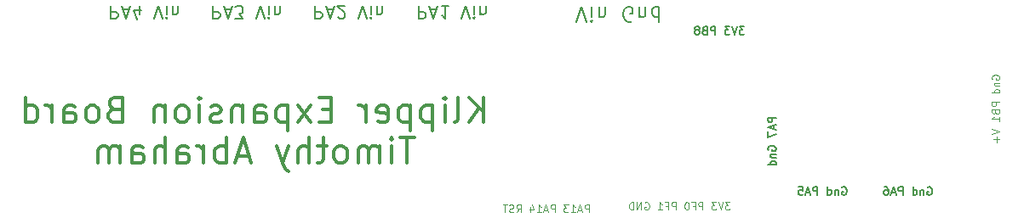
<source format=gbr>
G04 #@! TF.GenerationSoftware,KiCad,Pcbnew,(5.1.5)-3*
G04 #@! TF.CreationDate,2020-01-16T00:36:52-05:00*
G04 #@! TF.ProjectId,STM32_Klipper_Expander,53544d33-325f-44b6-9c69-707065725f45,rev?*
G04 #@! TF.SameCoordinates,Original*
G04 #@! TF.FileFunction,Legend,Bot*
G04 #@! TF.FilePolarity,Positive*
%FSLAX46Y46*%
G04 Gerber Fmt 4.6, Leading zero omitted, Abs format (unit mm)*
G04 Created by KiCad (PCBNEW (5.1.5)-3) date 2020-01-16 00:36:52*
%MOMM*%
%LPD*%
G04 APERTURE LIST*
%ADD10C,0.300000*%
%ADD11C,0.200000*%
%ADD12C,0.150000*%
%ADD13C,0.100000*%
G04 APERTURE END LIST*
D10*
X148238095Y-90355952D02*
X148238095Y-87855952D01*
X146809523Y-90355952D02*
X147880952Y-88927380D01*
X146809523Y-87855952D02*
X148238095Y-89284523D01*
X145380952Y-90355952D02*
X145619047Y-90236904D01*
X145738095Y-89998809D01*
X145738095Y-87855952D01*
X144428571Y-90355952D02*
X144428571Y-88689285D01*
X144428571Y-87855952D02*
X144547619Y-87975000D01*
X144428571Y-88094047D01*
X144309523Y-87975000D01*
X144428571Y-87855952D01*
X144428571Y-88094047D01*
X143238095Y-88689285D02*
X143238095Y-91189285D01*
X143238095Y-88808333D02*
X143000000Y-88689285D01*
X142523809Y-88689285D01*
X142285714Y-88808333D01*
X142166666Y-88927380D01*
X142047619Y-89165476D01*
X142047619Y-89879761D01*
X142166666Y-90117857D01*
X142285714Y-90236904D01*
X142523809Y-90355952D01*
X143000000Y-90355952D01*
X143238095Y-90236904D01*
X140976190Y-88689285D02*
X140976190Y-91189285D01*
X140976190Y-88808333D02*
X140738095Y-88689285D01*
X140261904Y-88689285D01*
X140023809Y-88808333D01*
X139904761Y-88927380D01*
X139785714Y-89165476D01*
X139785714Y-89879761D01*
X139904761Y-90117857D01*
X140023809Y-90236904D01*
X140261904Y-90355952D01*
X140738095Y-90355952D01*
X140976190Y-90236904D01*
X137761904Y-90236904D02*
X138000000Y-90355952D01*
X138476190Y-90355952D01*
X138714285Y-90236904D01*
X138833333Y-89998809D01*
X138833333Y-89046428D01*
X138714285Y-88808333D01*
X138476190Y-88689285D01*
X138000000Y-88689285D01*
X137761904Y-88808333D01*
X137642857Y-89046428D01*
X137642857Y-89284523D01*
X138833333Y-89522619D01*
X136571428Y-90355952D02*
X136571428Y-88689285D01*
X136571428Y-89165476D02*
X136452380Y-88927380D01*
X136333333Y-88808333D01*
X136095238Y-88689285D01*
X135857142Y-88689285D01*
X133119047Y-89046428D02*
X132285714Y-89046428D01*
X131928571Y-90355952D02*
X133119047Y-90355952D01*
X133119047Y-87855952D01*
X131928571Y-87855952D01*
X131095238Y-90355952D02*
X129785714Y-88689285D01*
X131095238Y-88689285D02*
X129785714Y-90355952D01*
X128833333Y-88689285D02*
X128833333Y-91189285D01*
X128833333Y-88808333D02*
X128595238Y-88689285D01*
X128119047Y-88689285D01*
X127880952Y-88808333D01*
X127761904Y-88927380D01*
X127642857Y-89165476D01*
X127642857Y-89879761D01*
X127761904Y-90117857D01*
X127880952Y-90236904D01*
X128119047Y-90355952D01*
X128595238Y-90355952D01*
X128833333Y-90236904D01*
X125500000Y-90355952D02*
X125500000Y-89046428D01*
X125619047Y-88808333D01*
X125857142Y-88689285D01*
X126333333Y-88689285D01*
X126571428Y-88808333D01*
X125500000Y-90236904D02*
X125738095Y-90355952D01*
X126333333Y-90355952D01*
X126571428Y-90236904D01*
X126690476Y-89998809D01*
X126690476Y-89760714D01*
X126571428Y-89522619D01*
X126333333Y-89403571D01*
X125738095Y-89403571D01*
X125500000Y-89284523D01*
X124309523Y-88689285D02*
X124309523Y-90355952D01*
X124309523Y-88927380D02*
X124190476Y-88808333D01*
X123952380Y-88689285D01*
X123595238Y-88689285D01*
X123357142Y-88808333D01*
X123238095Y-89046428D01*
X123238095Y-90355952D01*
X122166666Y-90236904D02*
X121928571Y-90355952D01*
X121452380Y-90355952D01*
X121214285Y-90236904D01*
X121095238Y-89998809D01*
X121095238Y-89879761D01*
X121214285Y-89641666D01*
X121452380Y-89522619D01*
X121809523Y-89522619D01*
X122047619Y-89403571D01*
X122166666Y-89165476D01*
X122166666Y-89046428D01*
X122047619Y-88808333D01*
X121809523Y-88689285D01*
X121452380Y-88689285D01*
X121214285Y-88808333D01*
X120023809Y-90355952D02*
X120023809Y-88689285D01*
X120023809Y-87855952D02*
X120142857Y-87975000D01*
X120023809Y-88094047D01*
X119904761Y-87975000D01*
X120023809Y-87855952D01*
X120023809Y-88094047D01*
X118476190Y-90355952D02*
X118714285Y-90236904D01*
X118833333Y-90117857D01*
X118952380Y-89879761D01*
X118952380Y-89165476D01*
X118833333Y-88927380D01*
X118714285Y-88808333D01*
X118476190Y-88689285D01*
X118119047Y-88689285D01*
X117880952Y-88808333D01*
X117761904Y-88927380D01*
X117642857Y-89165476D01*
X117642857Y-89879761D01*
X117761904Y-90117857D01*
X117880952Y-90236904D01*
X118119047Y-90355952D01*
X118476190Y-90355952D01*
X116571428Y-88689285D02*
X116571428Y-90355952D01*
X116571428Y-88927380D02*
X116452380Y-88808333D01*
X116214285Y-88689285D01*
X115857142Y-88689285D01*
X115619047Y-88808333D01*
X115500000Y-89046428D01*
X115500000Y-90355952D01*
X111571428Y-89046428D02*
X111214285Y-89165476D01*
X111095238Y-89284523D01*
X110976190Y-89522619D01*
X110976190Y-89879761D01*
X111095238Y-90117857D01*
X111214285Y-90236904D01*
X111452380Y-90355952D01*
X112404761Y-90355952D01*
X112404761Y-87855952D01*
X111571428Y-87855952D01*
X111333333Y-87975000D01*
X111214285Y-88094047D01*
X111095238Y-88332142D01*
X111095238Y-88570238D01*
X111214285Y-88808333D01*
X111333333Y-88927380D01*
X111571428Y-89046428D01*
X112404761Y-89046428D01*
X109547619Y-90355952D02*
X109785714Y-90236904D01*
X109904761Y-90117857D01*
X110023809Y-89879761D01*
X110023809Y-89165476D01*
X109904761Y-88927380D01*
X109785714Y-88808333D01*
X109547619Y-88689285D01*
X109190476Y-88689285D01*
X108952380Y-88808333D01*
X108833333Y-88927380D01*
X108714285Y-89165476D01*
X108714285Y-89879761D01*
X108833333Y-90117857D01*
X108952380Y-90236904D01*
X109190476Y-90355952D01*
X109547619Y-90355952D01*
X106571428Y-90355952D02*
X106571428Y-89046428D01*
X106690476Y-88808333D01*
X106928571Y-88689285D01*
X107404761Y-88689285D01*
X107642857Y-88808333D01*
X106571428Y-90236904D02*
X106809523Y-90355952D01*
X107404761Y-90355952D01*
X107642857Y-90236904D01*
X107761904Y-89998809D01*
X107761904Y-89760714D01*
X107642857Y-89522619D01*
X107404761Y-89403571D01*
X106809523Y-89403571D01*
X106571428Y-89284523D01*
X105380952Y-90355952D02*
X105380952Y-88689285D01*
X105380952Y-89165476D02*
X105261904Y-88927380D01*
X105142857Y-88808333D01*
X104904761Y-88689285D01*
X104666666Y-88689285D01*
X102761904Y-90355952D02*
X102761904Y-87855952D01*
X102761904Y-90236904D02*
X103000000Y-90355952D01*
X103476190Y-90355952D01*
X103714285Y-90236904D01*
X103833333Y-90117857D01*
X103952380Y-89879761D01*
X103952380Y-89165476D01*
X103833333Y-88927380D01*
X103714285Y-88808333D01*
X103476190Y-88689285D01*
X103000000Y-88689285D01*
X102761904Y-88808333D01*
X141392857Y-91905952D02*
X139964285Y-91905952D01*
X140678571Y-94405952D02*
X140678571Y-91905952D01*
X139130952Y-94405952D02*
X139130952Y-92739285D01*
X139130952Y-91905952D02*
X139250000Y-92025000D01*
X139130952Y-92144047D01*
X139011904Y-92025000D01*
X139130952Y-91905952D01*
X139130952Y-92144047D01*
X137940476Y-94405952D02*
X137940476Y-92739285D01*
X137940476Y-92977380D02*
X137821428Y-92858333D01*
X137583333Y-92739285D01*
X137226190Y-92739285D01*
X136988095Y-92858333D01*
X136869047Y-93096428D01*
X136869047Y-94405952D01*
X136869047Y-93096428D02*
X136750000Y-92858333D01*
X136511904Y-92739285D01*
X136154761Y-92739285D01*
X135916666Y-92858333D01*
X135797619Y-93096428D01*
X135797619Y-94405952D01*
X134250000Y-94405952D02*
X134488095Y-94286904D01*
X134607142Y-94167857D01*
X134726190Y-93929761D01*
X134726190Y-93215476D01*
X134607142Y-92977380D01*
X134488095Y-92858333D01*
X134250000Y-92739285D01*
X133892857Y-92739285D01*
X133654761Y-92858333D01*
X133535714Y-92977380D01*
X133416666Y-93215476D01*
X133416666Y-93929761D01*
X133535714Y-94167857D01*
X133654761Y-94286904D01*
X133892857Y-94405952D01*
X134250000Y-94405952D01*
X132702380Y-92739285D02*
X131750000Y-92739285D01*
X132345238Y-91905952D02*
X132345238Y-94048809D01*
X132226190Y-94286904D01*
X131988095Y-94405952D01*
X131750000Y-94405952D01*
X130916666Y-94405952D02*
X130916666Y-91905952D01*
X129845238Y-94405952D02*
X129845238Y-93096428D01*
X129964285Y-92858333D01*
X130202380Y-92739285D01*
X130559523Y-92739285D01*
X130797619Y-92858333D01*
X130916666Y-92977380D01*
X128892857Y-92739285D02*
X128297619Y-94405952D01*
X127702380Y-92739285D02*
X128297619Y-94405952D01*
X128535714Y-95001190D01*
X128654761Y-95120238D01*
X128892857Y-95239285D01*
X124964285Y-93691666D02*
X123773809Y-93691666D01*
X125202380Y-94405952D02*
X124369047Y-91905952D01*
X123535714Y-94405952D01*
X122702380Y-94405952D02*
X122702380Y-91905952D01*
X122702380Y-92858333D02*
X122464285Y-92739285D01*
X121988095Y-92739285D01*
X121750000Y-92858333D01*
X121630952Y-92977380D01*
X121511904Y-93215476D01*
X121511904Y-93929761D01*
X121630952Y-94167857D01*
X121750000Y-94286904D01*
X121988095Y-94405952D01*
X122464285Y-94405952D01*
X122702380Y-94286904D01*
X120440476Y-94405952D02*
X120440476Y-92739285D01*
X120440476Y-93215476D02*
X120321428Y-92977380D01*
X120202380Y-92858333D01*
X119964285Y-92739285D01*
X119726190Y-92739285D01*
X117821428Y-94405952D02*
X117821428Y-93096428D01*
X117940476Y-92858333D01*
X118178571Y-92739285D01*
X118654761Y-92739285D01*
X118892857Y-92858333D01*
X117821428Y-94286904D02*
X118059523Y-94405952D01*
X118654761Y-94405952D01*
X118892857Y-94286904D01*
X119011904Y-94048809D01*
X119011904Y-93810714D01*
X118892857Y-93572619D01*
X118654761Y-93453571D01*
X118059523Y-93453571D01*
X117821428Y-93334523D01*
X116630952Y-94405952D02*
X116630952Y-91905952D01*
X115559523Y-94405952D02*
X115559523Y-93096428D01*
X115678571Y-92858333D01*
X115916666Y-92739285D01*
X116273809Y-92739285D01*
X116511904Y-92858333D01*
X116630952Y-92977380D01*
X113297619Y-94405952D02*
X113297619Y-93096428D01*
X113416666Y-92858333D01*
X113654761Y-92739285D01*
X114130952Y-92739285D01*
X114369047Y-92858333D01*
X113297619Y-94286904D02*
X113535714Y-94405952D01*
X114130952Y-94405952D01*
X114369047Y-94286904D01*
X114488095Y-94048809D01*
X114488095Y-93810714D01*
X114369047Y-93572619D01*
X114130952Y-93453571D01*
X113535714Y-93453571D01*
X113297619Y-93334523D01*
X112107142Y-94405952D02*
X112107142Y-92739285D01*
X112107142Y-92977380D02*
X111988095Y-92858333D01*
X111750000Y-92739285D01*
X111392857Y-92739285D01*
X111154761Y-92858333D01*
X111035714Y-93096428D01*
X111035714Y-94405952D01*
X111035714Y-93096428D02*
X110916666Y-92858333D01*
X110678571Y-92739285D01*
X110321428Y-92739285D01*
X110083333Y-92858333D01*
X109964285Y-93096428D01*
X109964285Y-94405952D01*
D11*
X141824666Y-78746523D02*
X141824666Y-79996523D01*
X142300857Y-79996523D01*
X142419904Y-79937000D01*
X142479428Y-79877476D01*
X142538952Y-79758428D01*
X142538952Y-79579857D01*
X142479428Y-79460809D01*
X142419904Y-79401285D01*
X142300857Y-79341761D01*
X141824666Y-79341761D01*
X143015142Y-79103666D02*
X143610380Y-79103666D01*
X142896095Y-78746523D02*
X143312761Y-79996523D01*
X143729428Y-78746523D01*
X144800857Y-78746523D02*
X144086571Y-78746523D01*
X144443714Y-78746523D02*
X144443714Y-79996523D01*
X144324666Y-79817952D01*
X144205619Y-79698904D01*
X144086571Y-79639380D01*
X146110380Y-79996523D02*
X146527047Y-78746523D01*
X146943714Y-79996523D01*
X147360380Y-78746523D02*
X147360380Y-79579857D01*
X147360380Y-79996523D02*
X147300857Y-79937000D01*
X147360380Y-79877476D01*
X147419904Y-79937000D01*
X147360380Y-79996523D01*
X147360380Y-79877476D01*
X147955619Y-79579857D02*
X147955619Y-78746523D01*
X147955619Y-79460809D02*
X148015142Y-79520333D01*
X148134190Y-79579857D01*
X148312761Y-79579857D01*
X148431809Y-79520333D01*
X148491333Y-79401285D01*
X148491333Y-78746523D01*
D12*
X177361904Y-89888095D02*
X176561904Y-89888095D01*
X176561904Y-90192857D01*
X176600000Y-90269047D01*
X176638095Y-90307142D01*
X176714285Y-90345238D01*
X176828571Y-90345238D01*
X176904761Y-90307142D01*
X176942857Y-90269047D01*
X176980952Y-90192857D01*
X176980952Y-89888095D01*
X177133333Y-90650000D02*
X177133333Y-91030952D01*
X177361904Y-90573809D02*
X176561904Y-90840476D01*
X177361904Y-91107142D01*
X176561904Y-91297619D02*
X176561904Y-91830952D01*
X177361904Y-91488095D01*
X176600000Y-93164285D02*
X176561904Y-93088095D01*
X176561904Y-92973809D01*
X176600000Y-92859523D01*
X176676190Y-92783333D01*
X176752380Y-92745238D01*
X176904761Y-92707142D01*
X177019047Y-92707142D01*
X177171428Y-92745238D01*
X177247619Y-92783333D01*
X177323809Y-92859523D01*
X177361904Y-92973809D01*
X177361904Y-93050000D01*
X177323809Y-93164285D01*
X177285714Y-93202380D01*
X177019047Y-93202380D01*
X177019047Y-93050000D01*
X176828571Y-93545238D02*
X177361904Y-93545238D01*
X176904761Y-93545238D02*
X176866666Y-93583333D01*
X176828571Y-93659523D01*
X176828571Y-93773809D01*
X176866666Y-93850000D01*
X176942857Y-93888095D01*
X177361904Y-93888095D01*
X177361904Y-94611904D02*
X176561904Y-94611904D01*
X177323809Y-94611904D02*
X177361904Y-94535714D01*
X177361904Y-94383333D01*
X177323809Y-94307142D01*
X177285714Y-94269047D01*
X177209523Y-94230952D01*
X176980952Y-94230952D01*
X176904761Y-94269047D01*
X176866666Y-94307142D01*
X176828571Y-94383333D01*
X176828571Y-94535714D01*
X176866666Y-94611904D01*
X183942857Y-96850000D02*
X184019047Y-96811904D01*
X184133333Y-96811904D01*
X184247619Y-96850000D01*
X184323809Y-96926190D01*
X184361904Y-97002380D01*
X184400000Y-97154761D01*
X184400000Y-97269047D01*
X184361904Y-97421428D01*
X184323809Y-97497619D01*
X184247619Y-97573809D01*
X184133333Y-97611904D01*
X184057142Y-97611904D01*
X183942857Y-97573809D01*
X183904761Y-97535714D01*
X183904761Y-97269047D01*
X184057142Y-97269047D01*
X183561904Y-97078571D02*
X183561904Y-97611904D01*
X183561904Y-97154761D02*
X183523809Y-97116666D01*
X183447619Y-97078571D01*
X183333333Y-97078571D01*
X183257142Y-97116666D01*
X183219047Y-97192857D01*
X183219047Y-97611904D01*
X182495238Y-97611904D02*
X182495238Y-96811904D01*
X182495238Y-97573809D02*
X182571428Y-97611904D01*
X182723809Y-97611904D01*
X182800000Y-97573809D01*
X182838095Y-97535714D01*
X182876190Y-97459523D01*
X182876190Y-97230952D01*
X182838095Y-97154761D01*
X182800000Y-97116666D01*
X182723809Y-97078571D01*
X182571428Y-97078571D01*
X182495238Y-97116666D01*
X181504761Y-97611904D02*
X181504761Y-96811904D01*
X181200000Y-96811904D01*
X181123809Y-96850000D01*
X181085714Y-96888095D01*
X181047619Y-96964285D01*
X181047619Y-97078571D01*
X181085714Y-97154761D01*
X181123809Y-97192857D01*
X181200000Y-97230952D01*
X181504761Y-97230952D01*
X180742857Y-97383333D02*
X180361904Y-97383333D01*
X180819047Y-97611904D02*
X180552380Y-96811904D01*
X180285714Y-97611904D01*
X179638095Y-96811904D02*
X180019047Y-96811904D01*
X180057142Y-97192857D01*
X180019047Y-97154761D01*
X179942857Y-97116666D01*
X179752380Y-97116666D01*
X179676190Y-97154761D01*
X179638095Y-97192857D01*
X179600000Y-97269047D01*
X179600000Y-97459523D01*
X179638095Y-97535714D01*
X179676190Y-97573809D01*
X179752380Y-97611904D01*
X179942857Y-97611904D01*
X180019047Y-97573809D01*
X180057142Y-97535714D01*
D11*
X121377666Y-78746523D02*
X121377666Y-79996523D01*
X121853857Y-79996523D01*
X121972904Y-79937000D01*
X122032428Y-79877476D01*
X122091952Y-79758428D01*
X122091952Y-79579857D01*
X122032428Y-79460809D01*
X121972904Y-79401285D01*
X121853857Y-79341761D01*
X121377666Y-79341761D01*
X122568142Y-79103666D02*
X123163380Y-79103666D01*
X122449095Y-78746523D02*
X122865761Y-79996523D01*
X123282428Y-78746523D01*
X123580047Y-79996523D02*
X124353857Y-79996523D01*
X123937190Y-79520333D01*
X124115761Y-79520333D01*
X124234809Y-79460809D01*
X124294333Y-79401285D01*
X124353857Y-79282238D01*
X124353857Y-78984619D01*
X124294333Y-78865571D01*
X124234809Y-78806047D01*
X124115761Y-78746523D01*
X123758619Y-78746523D01*
X123639571Y-78806047D01*
X123580047Y-78865571D01*
X125663380Y-79996523D02*
X126080047Y-78746523D01*
X126496714Y-79996523D01*
X126913380Y-78746523D02*
X126913380Y-79579857D01*
X126913380Y-79996523D02*
X126853857Y-79937000D01*
X126913380Y-79877476D01*
X126972904Y-79937000D01*
X126913380Y-79996523D01*
X126913380Y-79877476D01*
X127508619Y-79579857D02*
X127508619Y-78746523D01*
X127508619Y-79460809D02*
X127568142Y-79520333D01*
X127687190Y-79579857D01*
X127865761Y-79579857D01*
X127984809Y-79520333D01*
X128044333Y-79401285D01*
X128044333Y-78746523D01*
X157535714Y-80321428D02*
X158035714Y-78821428D01*
X158535714Y-80321428D01*
X159035714Y-78821428D02*
X159035714Y-79821428D01*
X159035714Y-80321428D02*
X158964285Y-80250000D01*
X159035714Y-80178571D01*
X159107142Y-80250000D01*
X159035714Y-80321428D01*
X159035714Y-80178571D01*
X159750000Y-79821428D02*
X159750000Y-78821428D01*
X159750000Y-79678571D02*
X159821428Y-79750000D01*
X159964285Y-79821428D01*
X160178571Y-79821428D01*
X160321428Y-79750000D01*
X160392857Y-79607142D01*
X160392857Y-78821428D01*
X163035714Y-80250000D02*
X162892857Y-80321428D01*
X162678571Y-80321428D01*
X162464285Y-80250000D01*
X162321428Y-80107142D01*
X162250000Y-79964285D01*
X162178571Y-79678571D01*
X162178571Y-79464285D01*
X162250000Y-79178571D01*
X162321428Y-79035714D01*
X162464285Y-78892857D01*
X162678571Y-78821428D01*
X162821428Y-78821428D01*
X163035714Y-78892857D01*
X163107142Y-78964285D01*
X163107142Y-79464285D01*
X162821428Y-79464285D01*
X163750000Y-79821428D02*
X163750000Y-78821428D01*
X163750000Y-79678571D02*
X163821428Y-79750000D01*
X163964285Y-79821428D01*
X164178571Y-79821428D01*
X164321428Y-79750000D01*
X164392857Y-79607142D01*
X164392857Y-78821428D01*
X165750000Y-78821428D02*
X165750000Y-80321428D01*
X165750000Y-78892857D02*
X165607142Y-78821428D01*
X165321428Y-78821428D01*
X165178571Y-78892857D01*
X165107142Y-78964285D01*
X165035714Y-79107142D01*
X165035714Y-79535714D01*
X165107142Y-79678571D01*
X165178571Y-79750000D01*
X165321428Y-79821428D01*
X165607142Y-79821428D01*
X165750000Y-79750000D01*
D12*
X192442857Y-96850000D02*
X192519047Y-96811904D01*
X192633333Y-96811904D01*
X192747619Y-96850000D01*
X192823809Y-96926190D01*
X192861904Y-97002380D01*
X192900000Y-97154761D01*
X192900000Y-97269047D01*
X192861904Y-97421428D01*
X192823809Y-97497619D01*
X192747619Y-97573809D01*
X192633333Y-97611904D01*
X192557142Y-97611904D01*
X192442857Y-97573809D01*
X192404761Y-97535714D01*
X192404761Y-97269047D01*
X192557142Y-97269047D01*
X192061904Y-97078571D02*
X192061904Y-97611904D01*
X192061904Y-97154761D02*
X192023809Y-97116666D01*
X191947619Y-97078571D01*
X191833333Y-97078571D01*
X191757142Y-97116666D01*
X191719047Y-97192857D01*
X191719047Y-97611904D01*
X190995238Y-97611904D02*
X190995238Y-96811904D01*
X190995238Y-97573809D02*
X191071428Y-97611904D01*
X191223809Y-97611904D01*
X191300000Y-97573809D01*
X191338095Y-97535714D01*
X191376190Y-97459523D01*
X191376190Y-97230952D01*
X191338095Y-97154761D01*
X191300000Y-97116666D01*
X191223809Y-97078571D01*
X191071428Y-97078571D01*
X190995238Y-97116666D01*
X190004761Y-97611904D02*
X190004761Y-96811904D01*
X189700000Y-96811904D01*
X189623809Y-96850000D01*
X189585714Y-96888095D01*
X189547619Y-96964285D01*
X189547619Y-97078571D01*
X189585714Y-97154761D01*
X189623809Y-97192857D01*
X189700000Y-97230952D01*
X190004761Y-97230952D01*
X189242857Y-97383333D02*
X188861904Y-97383333D01*
X189319047Y-97611904D02*
X189052380Y-96811904D01*
X188785714Y-97611904D01*
X188176190Y-96811904D02*
X188328571Y-96811904D01*
X188404761Y-96850000D01*
X188442857Y-96888095D01*
X188519047Y-97002380D01*
X188557142Y-97154761D01*
X188557142Y-97459523D01*
X188519047Y-97535714D01*
X188480952Y-97573809D01*
X188404761Y-97611904D01*
X188252380Y-97611904D01*
X188176190Y-97573809D01*
X188138095Y-97535714D01*
X188100000Y-97459523D01*
X188100000Y-97269047D01*
X188138095Y-97192857D01*
X188176190Y-97154761D01*
X188252380Y-97116666D01*
X188404761Y-97116666D01*
X188480952Y-97154761D01*
X188519047Y-97192857D01*
X188557142Y-97269047D01*
X174226190Y-80811904D02*
X173730952Y-80811904D01*
X173997619Y-81116666D01*
X173883333Y-81116666D01*
X173807142Y-81154761D01*
X173769047Y-81192857D01*
X173730952Y-81269047D01*
X173730952Y-81459523D01*
X173769047Y-81535714D01*
X173807142Y-81573809D01*
X173883333Y-81611904D01*
X174111904Y-81611904D01*
X174188095Y-81573809D01*
X174226190Y-81535714D01*
X173502380Y-80811904D02*
X173235714Y-81611904D01*
X172969047Y-80811904D01*
X172778571Y-80811904D02*
X172283333Y-80811904D01*
X172550000Y-81116666D01*
X172435714Y-81116666D01*
X172359523Y-81154761D01*
X172321428Y-81192857D01*
X172283333Y-81269047D01*
X172283333Y-81459523D01*
X172321428Y-81535714D01*
X172359523Y-81573809D01*
X172435714Y-81611904D01*
X172664285Y-81611904D01*
X172740476Y-81573809D01*
X172778571Y-81535714D01*
X171330952Y-81611904D02*
X171330952Y-80811904D01*
X171026190Y-80811904D01*
X170950000Y-80850000D01*
X170911904Y-80888095D01*
X170873809Y-80964285D01*
X170873809Y-81078571D01*
X170911904Y-81154761D01*
X170950000Y-81192857D01*
X171026190Y-81230952D01*
X171330952Y-81230952D01*
X170264285Y-81192857D02*
X170150000Y-81230952D01*
X170111904Y-81269047D01*
X170073809Y-81345238D01*
X170073809Y-81459523D01*
X170111904Y-81535714D01*
X170150000Y-81573809D01*
X170226190Y-81611904D01*
X170530952Y-81611904D01*
X170530952Y-80811904D01*
X170264285Y-80811904D01*
X170188095Y-80850000D01*
X170150000Y-80888095D01*
X170111904Y-80964285D01*
X170111904Y-81040476D01*
X170150000Y-81116666D01*
X170188095Y-81154761D01*
X170264285Y-81192857D01*
X170530952Y-81192857D01*
X169616666Y-81154761D02*
X169692857Y-81116666D01*
X169730952Y-81078571D01*
X169769047Y-81002380D01*
X169769047Y-80964285D01*
X169730952Y-80888095D01*
X169692857Y-80850000D01*
X169616666Y-80811904D01*
X169464285Y-80811904D01*
X169388095Y-80850000D01*
X169350000Y-80888095D01*
X169311904Y-80964285D01*
X169311904Y-81002380D01*
X169350000Y-81078571D01*
X169388095Y-81116666D01*
X169464285Y-81154761D01*
X169616666Y-81154761D01*
X169692857Y-81192857D01*
X169730952Y-81230952D01*
X169769047Y-81307142D01*
X169769047Y-81459523D01*
X169730952Y-81535714D01*
X169692857Y-81573809D01*
X169616666Y-81611904D01*
X169464285Y-81611904D01*
X169388095Y-81573809D01*
X169350000Y-81535714D01*
X169311904Y-81459523D01*
X169311904Y-81307142D01*
X169350000Y-81230952D01*
X169388095Y-81192857D01*
X169464285Y-81154761D01*
D11*
X131537666Y-78746523D02*
X131537666Y-79996523D01*
X132013857Y-79996523D01*
X132132904Y-79937000D01*
X132192428Y-79877476D01*
X132251952Y-79758428D01*
X132251952Y-79579857D01*
X132192428Y-79460809D01*
X132132904Y-79401285D01*
X132013857Y-79341761D01*
X131537666Y-79341761D01*
X132728142Y-79103666D02*
X133323380Y-79103666D01*
X132609095Y-78746523D02*
X133025761Y-79996523D01*
X133442428Y-78746523D01*
X133799571Y-79877476D02*
X133859095Y-79937000D01*
X133978142Y-79996523D01*
X134275761Y-79996523D01*
X134394809Y-79937000D01*
X134454333Y-79877476D01*
X134513857Y-79758428D01*
X134513857Y-79639380D01*
X134454333Y-79460809D01*
X133740047Y-78746523D01*
X134513857Y-78746523D01*
X135823380Y-79996523D02*
X136240047Y-78746523D01*
X136656714Y-79996523D01*
X137073380Y-78746523D02*
X137073380Y-79579857D01*
X137073380Y-79996523D02*
X137013857Y-79937000D01*
X137073380Y-79877476D01*
X137132904Y-79937000D01*
X137073380Y-79996523D01*
X137073380Y-79877476D01*
X137668619Y-79579857D02*
X137668619Y-78746523D01*
X137668619Y-79460809D02*
X137728142Y-79520333D01*
X137847190Y-79579857D01*
X138025761Y-79579857D01*
X138144809Y-79520333D01*
X138204333Y-79401285D01*
X138204333Y-78746523D01*
D13*
X158767857Y-99339285D02*
X158767857Y-98589285D01*
X158482142Y-98589285D01*
X158410714Y-98625000D01*
X158375000Y-98660714D01*
X158339285Y-98732142D01*
X158339285Y-98839285D01*
X158375000Y-98910714D01*
X158410714Y-98946428D01*
X158482142Y-98982142D01*
X158767857Y-98982142D01*
X158053571Y-99125000D02*
X157696428Y-99125000D01*
X158125000Y-99339285D02*
X157875000Y-98589285D01*
X157625000Y-99339285D01*
X156982142Y-99339285D02*
X157410714Y-99339285D01*
X157196428Y-99339285D02*
X157196428Y-98589285D01*
X157267857Y-98696428D01*
X157339285Y-98767857D01*
X157410714Y-98803571D01*
X156732142Y-98589285D02*
X156267857Y-98589285D01*
X156517857Y-98875000D01*
X156410714Y-98875000D01*
X156339285Y-98910714D01*
X156303571Y-98946428D01*
X156267857Y-99017857D01*
X156267857Y-99196428D01*
X156303571Y-99267857D01*
X156339285Y-99303571D01*
X156410714Y-99339285D01*
X156625000Y-99339285D01*
X156696428Y-99303571D01*
X156732142Y-99267857D01*
X155375000Y-99339285D02*
X155375000Y-98589285D01*
X155089285Y-98589285D01*
X155017857Y-98625000D01*
X154982142Y-98660714D01*
X154946428Y-98732142D01*
X154946428Y-98839285D01*
X154982142Y-98910714D01*
X155017857Y-98946428D01*
X155089285Y-98982142D01*
X155375000Y-98982142D01*
X154660714Y-99125000D02*
X154303571Y-99125000D01*
X154732142Y-99339285D02*
X154482142Y-98589285D01*
X154232142Y-99339285D01*
X153589285Y-99339285D02*
X154017857Y-99339285D01*
X153803571Y-99339285D02*
X153803571Y-98589285D01*
X153875000Y-98696428D01*
X153946428Y-98767857D01*
X154017857Y-98803571D01*
X152946428Y-98839285D02*
X152946428Y-99339285D01*
X153125000Y-98553571D02*
X153303571Y-99089285D01*
X152839285Y-99089285D01*
X151553571Y-99339285D02*
X151803571Y-98982142D01*
X151982142Y-99339285D02*
X151982142Y-98589285D01*
X151696428Y-98589285D01*
X151625000Y-98625000D01*
X151589285Y-98660714D01*
X151553571Y-98732142D01*
X151553571Y-98839285D01*
X151589285Y-98910714D01*
X151625000Y-98946428D01*
X151696428Y-98982142D01*
X151982142Y-98982142D01*
X151267857Y-99303571D02*
X151160714Y-99339285D01*
X150982142Y-99339285D01*
X150910714Y-99303571D01*
X150875000Y-99267857D01*
X150839285Y-99196428D01*
X150839285Y-99125000D01*
X150875000Y-99053571D01*
X150910714Y-99017857D01*
X150982142Y-98982142D01*
X151125000Y-98946428D01*
X151196428Y-98910714D01*
X151232142Y-98875000D01*
X151267857Y-98803571D01*
X151267857Y-98732142D01*
X151232142Y-98660714D01*
X151196428Y-98625000D01*
X151125000Y-98589285D01*
X150946428Y-98589285D01*
X150839285Y-98625000D01*
X150625000Y-98589285D02*
X150196428Y-98589285D01*
X150410714Y-99339285D02*
X150410714Y-98589285D01*
D11*
X111217666Y-78746523D02*
X111217666Y-79996523D01*
X111693857Y-79996523D01*
X111812904Y-79937000D01*
X111872428Y-79877476D01*
X111931952Y-79758428D01*
X111931952Y-79579857D01*
X111872428Y-79460809D01*
X111812904Y-79401285D01*
X111693857Y-79341761D01*
X111217666Y-79341761D01*
X112408142Y-79103666D02*
X113003380Y-79103666D01*
X112289095Y-78746523D02*
X112705761Y-79996523D01*
X113122428Y-78746523D01*
X114074809Y-79579857D02*
X114074809Y-78746523D01*
X113777190Y-80056047D02*
X113479571Y-79163190D01*
X114253380Y-79163190D01*
X115503380Y-79996523D02*
X115920047Y-78746523D01*
X116336714Y-79996523D01*
X116753380Y-78746523D02*
X116753380Y-79579857D01*
X116753380Y-79996523D02*
X116693857Y-79937000D01*
X116753380Y-79877476D01*
X116812904Y-79937000D01*
X116753380Y-79996523D01*
X116753380Y-79877476D01*
X117348619Y-79579857D02*
X117348619Y-78746523D01*
X117348619Y-79460809D02*
X117408142Y-79520333D01*
X117527190Y-79579857D01*
X117705761Y-79579857D01*
X117824809Y-79520333D01*
X117884333Y-79401285D01*
X117884333Y-78746523D01*
D13*
X198875000Y-86053571D02*
X198839285Y-85982142D01*
X198839285Y-85875000D01*
X198875000Y-85767857D01*
X198946428Y-85696428D01*
X199017857Y-85660714D01*
X199160714Y-85625000D01*
X199267857Y-85625000D01*
X199410714Y-85660714D01*
X199482142Y-85696428D01*
X199553571Y-85767857D01*
X199589285Y-85875000D01*
X199589285Y-85946428D01*
X199553571Y-86053571D01*
X199517857Y-86089285D01*
X199267857Y-86089285D01*
X199267857Y-85946428D01*
X199089285Y-86410714D02*
X199589285Y-86410714D01*
X199160714Y-86410714D02*
X199125000Y-86446428D01*
X199089285Y-86517857D01*
X199089285Y-86625000D01*
X199125000Y-86696428D01*
X199196428Y-86732142D01*
X199589285Y-86732142D01*
X199589285Y-87410714D02*
X198839285Y-87410714D01*
X199553571Y-87410714D02*
X199589285Y-87339285D01*
X199589285Y-87196428D01*
X199553571Y-87125000D01*
X199517857Y-87089285D01*
X199446428Y-87053571D01*
X199232142Y-87053571D01*
X199160714Y-87089285D01*
X199125000Y-87125000D01*
X199089285Y-87196428D01*
X199089285Y-87339285D01*
X199125000Y-87410714D01*
X199589285Y-88339285D02*
X198839285Y-88339285D01*
X198839285Y-88625000D01*
X198875000Y-88696428D01*
X198910714Y-88732142D01*
X198982142Y-88767857D01*
X199089285Y-88767857D01*
X199160714Y-88732142D01*
X199196428Y-88696428D01*
X199232142Y-88625000D01*
X199232142Y-88339285D01*
X199196428Y-89339285D02*
X199232142Y-89446428D01*
X199267857Y-89482142D01*
X199339285Y-89517857D01*
X199446428Y-89517857D01*
X199517857Y-89482142D01*
X199553571Y-89446428D01*
X199589285Y-89375000D01*
X199589285Y-89089285D01*
X198839285Y-89089285D01*
X198839285Y-89339285D01*
X198875000Y-89410714D01*
X198910714Y-89446428D01*
X198982142Y-89482142D01*
X199053571Y-89482142D01*
X199125000Y-89446428D01*
X199160714Y-89410714D01*
X199196428Y-89339285D01*
X199196428Y-89089285D01*
X199589285Y-90232142D02*
X199589285Y-89803571D01*
X199589285Y-90017857D02*
X198839285Y-90017857D01*
X198946428Y-89946428D01*
X199017857Y-89875000D01*
X199053571Y-89803571D01*
X198839285Y-91017857D02*
X199589285Y-91267857D01*
X198839285Y-91517857D01*
X199303571Y-91767857D02*
X199303571Y-92339285D01*
X199589285Y-92053571D02*
X199017857Y-92053571D01*
X172785714Y-98339285D02*
X172321428Y-98339285D01*
X172571428Y-98625000D01*
X172464285Y-98625000D01*
X172392857Y-98660714D01*
X172357142Y-98696428D01*
X172321428Y-98767857D01*
X172321428Y-98946428D01*
X172357142Y-99017857D01*
X172392857Y-99053571D01*
X172464285Y-99089285D01*
X172678571Y-99089285D01*
X172750000Y-99053571D01*
X172785714Y-99017857D01*
X172107142Y-98339285D02*
X171857142Y-99089285D01*
X171607142Y-98339285D01*
X171428571Y-98339285D02*
X170964285Y-98339285D01*
X171214285Y-98625000D01*
X171107142Y-98625000D01*
X171035714Y-98660714D01*
X171000000Y-98696428D01*
X170964285Y-98767857D01*
X170964285Y-98946428D01*
X171000000Y-99017857D01*
X171035714Y-99053571D01*
X171107142Y-99089285D01*
X171321428Y-99089285D01*
X171392857Y-99053571D01*
X171428571Y-99017857D01*
X170071428Y-99089285D02*
X170071428Y-98339285D01*
X169785714Y-98339285D01*
X169714285Y-98375000D01*
X169678571Y-98410714D01*
X169642857Y-98482142D01*
X169642857Y-98589285D01*
X169678571Y-98660714D01*
X169714285Y-98696428D01*
X169785714Y-98732142D01*
X170071428Y-98732142D01*
X169071428Y-98696428D02*
X169321428Y-98696428D01*
X169321428Y-99089285D02*
X169321428Y-98339285D01*
X168964285Y-98339285D01*
X168535714Y-98339285D02*
X168464285Y-98339285D01*
X168392857Y-98375000D01*
X168357142Y-98410714D01*
X168321428Y-98482142D01*
X168285714Y-98625000D01*
X168285714Y-98803571D01*
X168321428Y-98946428D01*
X168357142Y-99017857D01*
X168392857Y-99053571D01*
X168464285Y-99089285D01*
X168535714Y-99089285D01*
X168607142Y-99053571D01*
X168642857Y-99017857D01*
X168678571Y-98946428D01*
X168714285Y-98803571D01*
X168714285Y-98625000D01*
X168678571Y-98482142D01*
X168642857Y-98410714D01*
X168607142Y-98375000D01*
X168535714Y-98339285D01*
X167392857Y-99089285D02*
X167392857Y-98339285D01*
X167107142Y-98339285D01*
X167035714Y-98375000D01*
X167000000Y-98410714D01*
X166964285Y-98482142D01*
X166964285Y-98589285D01*
X167000000Y-98660714D01*
X167035714Y-98696428D01*
X167107142Y-98732142D01*
X167392857Y-98732142D01*
X166392857Y-98696428D02*
X166642857Y-98696428D01*
X166642857Y-99089285D02*
X166642857Y-98339285D01*
X166285714Y-98339285D01*
X165607142Y-99089285D02*
X166035714Y-99089285D01*
X165821428Y-99089285D02*
X165821428Y-98339285D01*
X165892857Y-98446428D01*
X165964285Y-98517857D01*
X166035714Y-98553571D01*
X164321428Y-98375000D02*
X164392857Y-98339285D01*
X164500000Y-98339285D01*
X164607142Y-98375000D01*
X164678571Y-98446428D01*
X164714285Y-98517857D01*
X164750000Y-98660714D01*
X164750000Y-98767857D01*
X164714285Y-98910714D01*
X164678571Y-98982142D01*
X164607142Y-99053571D01*
X164500000Y-99089285D01*
X164428571Y-99089285D01*
X164321428Y-99053571D01*
X164285714Y-99017857D01*
X164285714Y-98767857D01*
X164428571Y-98767857D01*
X163964285Y-99089285D02*
X163964285Y-98339285D01*
X163535714Y-99089285D01*
X163535714Y-98339285D01*
X163178571Y-99089285D02*
X163178571Y-98339285D01*
X163000000Y-98339285D01*
X162892857Y-98375000D01*
X162821428Y-98446428D01*
X162785714Y-98517857D01*
X162750000Y-98660714D01*
X162750000Y-98767857D01*
X162785714Y-98910714D01*
X162821428Y-98982142D01*
X162892857Y-99053571D01*
X163000000Y-99089285D01*
X163178571Y-99089285D01*
M02*

</source>
